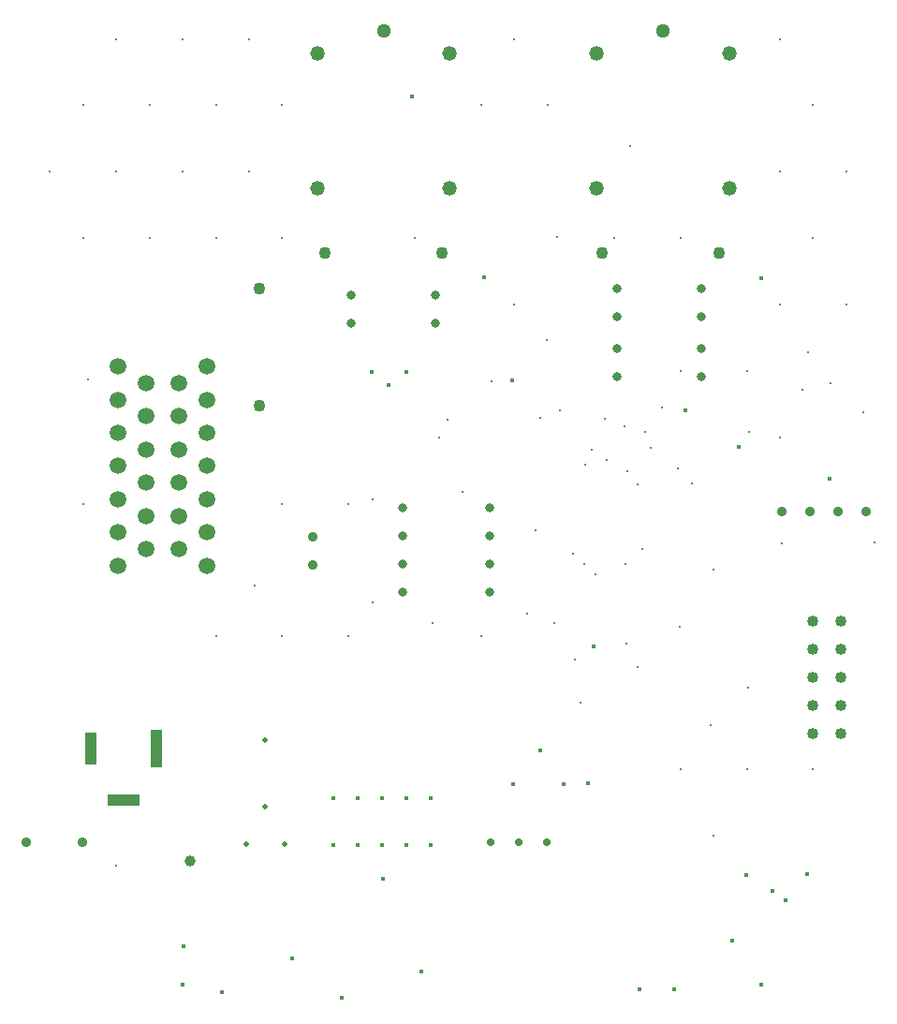
<source format=gbr>
%TF.GenerationSoftware,Altium Limited,Altium Designer,21.8.1 (53)*%
G04 Layer_Color=0*
%FSLAX45Y45*%
%MOMM*%
%TF.SameCoordinates,385564F4-8892-4696-B1AD-25C4AC7C7797*%
%TF.FilePolarity,Positive*%
%TF.FileFunction,Plated,1,4,PTH,Drill*%
%TF.Part,Single*%
G01*
G75*
%TA.AperFunction,ComponentDrill*%
%ADD176C,0.80000*%
%ADD177C,0.90000*%
%ADD178C,1.02000*%
%ADD179C,1.10000*%
%ADD180C,1.32000*%
%ADD181C,1.29000*%
%ADD182C,1.50000*%
%ADD183C,0.90000*%
%ADD184C,1.10000*%
%ADD185C,0.71000*%
%ADD186R,1.00000X3.50000*%
%ADD187R,3.00000X1.00000*%
%ADD188R,1.00000X3.00000*%
%TA.AperFunction,ViaDrill,NotFilled*%
%ADD189C,0.40000*%
%ADD190C,0.50000*%
%ADD191C,0.30000*%
%ADD192C,1.00000*%
D176*
X3651479Y4112520D02*
D03*
Y4366520D02*
D03*
Y3858520D02*
D03*
Y4620520D02*
D03*
X4438480Y3858520D02*
D03*
Y4620520D02*
D03*
Y4112520D02*
D03*
Y4366520D02*
D03*
X3947600Y6289300D02*
D03*
X3185600D02*
D03*
X3947600Y6543300D02*
D03*
X3185600D02*
D03*
X5588000Y6065520D02*
D03*
X6350000D02*
D03*
X5588000Y5811520D02*
D03*
X6350000D02*
D03*
X6348972Y6352000D02*
D03*
X5586972D02*
D03*
X6348972Y6606000D02*
D03*
X5586972D02*
D03*
D177*
X7073900Y4584700D02*
D03*
X7327900D02*
D03*
X7581900D02*
D03*
X7835900D02*
D03*
X246000Y1600000D02*
D03*
X754000D02*
D03*
D178*
X7353300Y3601720D02*
D03*
X7607300D02*
D03*
X7353300Y3347720D02*
D03*
X7607300D02*
D03*
X7353300Y3093720D02*
D03*
X7607300D02*
D03*
X7353300Y2839720D02*
D03*
X7607300D02*
D03*
X7353300Y2585720D02*
D03*
X7607300D02*
D03*
D179*
X6511576Y6925000D02*
D03*
X5451576D02*
D03*
X2945000Y6925000D02*
D03*
X4005000D02*
D03*
D180*
X6600040Y8730780D02*
D03*
X5400040D02*
D03*
Y7510780D02*
D03*
X6600040D02*
D03*
X4075000D02*
D03*
X2875000D02*
D03*
Y8730780D02*
D03*
X4075000D02*
D03*
D181*
X6000040Y8930780D02*
D03*
X3475000D02*
D03*
D182*
X1875000Y4100000D02*
D03*
Y4400000D02*
D03*
Y4700000D02*
D03*
Y5000000D02*
D03*
Y5300000D02*
D03*
Y5600000D02*
D03*
Y5900000D02*
D03*
X1625000Y4250000D02*
D03*
Y4550000D02*
D03*
Y4850000D02*
D03*
Y5150000D02*
D03*
Y5450000D02*
D03*
Y5750000D02*
D03*
X1325000Y4250000D02*
D03*
Y4550000D02*
D03*
Y4850000D02*
D03*
Y5150000D02*
D03*
Y5450000D02*
D03*
Y5750000D02*
D03*
X1075000Y4100000D02*
D03*
Y4400000D02*
D03*
Y4700000D02*
D03*
Y5000000D02*
D03*
Y5300000D02*
D03*
Y5600000D02*
D03*
Y5900000D02*
D03*
D183*
X2834640Y4361180D02*
D03*
Y4107180D02*
D03*
D184*
X2350000Y5545000D02*
D03*
Y6605000D02*
D03*
D185*
X4443800Y1600200D02*
D03*
X4697800D02*
D03*
X4951800D02*
D03*
D186*
X1425000Y2450000D02*
D03*
D187*
X1125000Y1980000D02*
D03*
D188*
X825000Y2450000D02*
D03*
D189*
X7109460Y1071880D02*
D03*
X3469640Y1272540D02*
D03*
X3365500Y5852160D02*
D03*
X3680460Y5849620D02*
D03*
X3520440Y5735320D02*
D03*
X3736340Y8341107D02*
D03*
X2016760Y241300D02*
D03*
X6893560Y309880D02*
D03*
X5328920Y2131060D02*
D03*
X7305040Y1313180D02*
D03*
X6891020Y6695440D02*
D03*
X4643120Y5773420D02*
D03*
X5788660Y269240D02*
D03*
X6101080Y271780D02*
D03*
X3817620Y431800D02*
D03*
X3096260Y198120D02*
D03*
X4386580Y6705600D02*
D03*
X6685280Y5171440D02*
D03*
X2651760Y551180D02*
D03*
X1661000Y316600D02*
D03*
X1663700Y660400D02*
D03*
X4889500Y2433320D02*
D03*
X5374640Y3368040D02*
D03*
X7513320Y4881880D02*
D03*
X6753860Y1304100D02*
D03*
X6626860Y713740D02*
D03*
X6990080Y1158240D02*
D03*
X5102860Y2125980D02*
D03*
X4645660Y2120900D02*
D03*
X6207760Y5506720D02*
D03*
X3462500Y1575000D02*
D03*
Y2000000D02*
D03*
X3681250D02*
D03*
Y1575000D02*
D03*
X3900000D02*
D03*
Y2000000D02*
D03*
X3243750Y1575000D02*
D03*
X3025000D02*
D03*
Y2000000D02*
D03*
X3243750D02*
D03*
D190*
X2235200Y1582420D02*
D03*
X2578100D02*
D03*
X2400300Y2524700D02*
D03*
Y1924700D02*
D03*
D191*
X805357Y5785468D02*
D03*
X6774357Y2994008D02*
D03*
X6433997Y2658728D02*
D03*
X7312837Y6031848D02*
D03*
X4054017Y5419708D02*
D03*
X4452797Y5765148D02*
D03*
X4894757Y5434948D02*
D03*
X5476417Y5424788D02*
D03*
X5844717Y5310488D02*
D03*
X5997117Y5526388D02*
D03*
X6784517Y5307948D02*
D03*
X6136817Y4975208D02*
D03*
X5359577Y5145388D02*
D03*
X5290997Y4114148D02*
D03*
X5209717Y3253088D02*
D03*
X3378200Y4699000D02*
D03*
X5046361Y7067621D02*
D03*
X5560001Y7060001D02*
D03*
X7060001Y6460001D02*
D03*
X1960000Y7060001D02*
D03*
X4360001Y3460001D02*
D03*
X2560000Y7060001D02*
D03*
X7360001D02*
D03*
X3160001Y3460001D02*
D03*
X2560000Y4660001D02*
D03*
X6760001Y5860001D02*
D03*
X1960000Y8260001D02*
D03*
X760000Y7060001D02*
D03*
X3160001Y4660001D02*
D03*
X6460001Y4060001D02*
D03*
X460000Y7660001D02*
D03*
X6160001Y5860001D02*
D03*
X6460001Y1660000D02*
D03*
X1360000Y7060001D02*
D03*
X1060000Y8860001D02*
D03*
X7660001Y6460001D02*
D03*
X7360001Y8260001D02*
D03*
X4660001Y8860001D02*
D03*
X1060000Y7660001D02*
D03*
X7060001D02*
D03*
X1960000Y3460001D02*
D03*
X5260001Y2860001D02*
D03*
X7360001Y2260001D02*
D03*
X4660001Y6460001D02*
D03*
X1660000Y7660001D02*
D03*
Y8860001D02*
D03*
X2260001D02*
D03*
X6160001Y7060001D02*
D03*
X760000Y8260001D02*
D03*
X2560000D02*
D03*
X7060001Y8860001D02*
D03*
X1360000Y8260001D02*
D03*
X2260001Y7660001D02*
D03*
X7060001Y5260001D02*
D03*
X4960001Y8260001D02*
D03*
X6160001Y2260001D02*
D03*
X4360001Y8260001D02*
D03*
X3760001Y7060001D02*
D03*
X760000Y4660001D02*
D03*
X7660001Y7660001D02*
D03*
X6760001Y2260001D02*
D03*
X2560000Y3460001D02*
D03*
X5707380Y7889240D02*
D03*
X7813421Y5482992D02*
D03*
X6268720Y4846320D02*
D03*
X5189220Y4211320D02*
D03*
X4853940Y4422140D02*
D03*
X5664200Y4114800D02*
D03*
X5816600Y4246880D02*
D03*
X5656580Y5356860D02*
D03*
X5067300Y5504180D02*
D03*
X5671820Y3393440D02*
D03*
X5776483Y4836160D02*
D03*
X4188460Y4765040D02*
D03*
X2310620Y3915900D02*
D03*
X1056640Y1390040D02*
D03*
X7914540Y4305300D02*
D03*
X5295900Y5008880D02*
D03*
X5024120Y3581400D02*
D03*
X6154155Y3548116D02*
D03*
X3380740Y3766820D02*
D03*
X3916680Y3583940D02*
D03*
X4775071Y3665091D02*
D03*
X5770616Y3184896D02*
D03*
X5895340Y5161280D02*
D03*
X7081520Y4300220D02*
D03*
X4950460Y6141720D02*
D03*
X7515860Y5748020D02*
D03*
X7266940Y5689600D02*
D03*
X5491480Y5054600D02*
D03*
X5679440Y4953000D02*
D03*
X5394960Y4020820D02*
D03*
X3980180Y5257800D02*
D03*
D192*
X1725000Y1434130D02*
D03*
%TF.MD5,30d5f4abed2aae27a639b30f3afe739f*%
M02*

</source>
